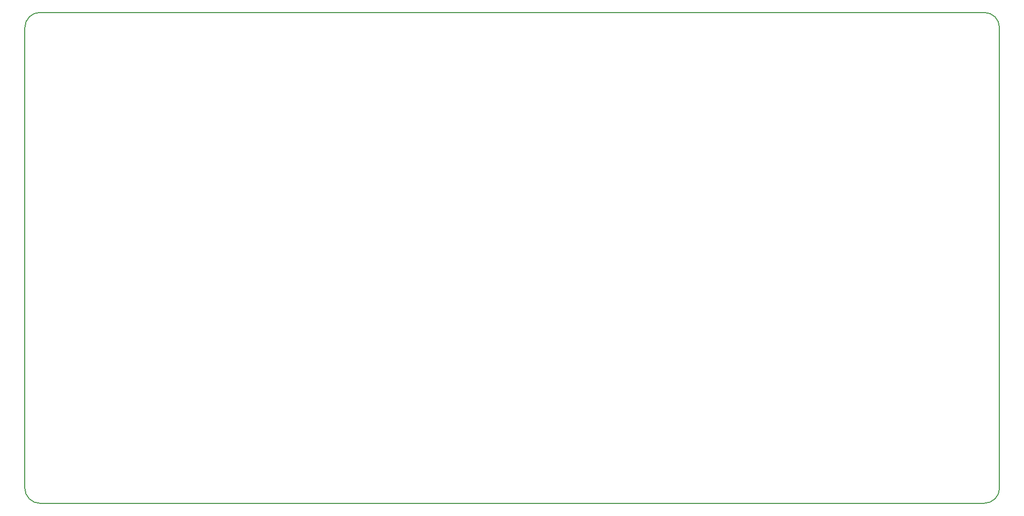
<source format=gm1>
G04 #@! TF.GenerationSoftware,KiCad,Pcbnew,(5.1.4)-1*
G04 #@! TF.CreationDate,2019-11-19T00:16:12+02:00*
G04 #@! TF.ProjectId,pcb_1,7063625f-312e-46b6-9963-61645f706362,rev?*
G04 #@! TF.SameCoordinates,Original*
G04 #@! TF.FileFunction,Profile,NP*
%FSLAX46Y46*%
G04 Gerber Fmt 4.6, Leading zero omitted, Abs format (unit mm)*
G04 Created by KiCad (PCBNEW (5.1.4)-1) date 2019-11-19 00:16:12*
%MOMM*%
%LPD*%
G04 APERTURE LIST*
%ADD10C,0.150000*%
G04 APERTURE END LIST*
D10*
X38100000Y-111760000D02*
G75*
G02X35560000Y-109220000I0J2540000D01*
G01*
X199390000Y-109220000D02*
G75*
G02X196850000Y-111760000I-2540000J0D01*
G01*
X196850000Y-29210000D02*
G75*
G02X199390000Y-31750000I0J-2540000D01*
G01*
X35560000Y-31750000D02*
G75*
G02X38100000Y-29210000I2540000J0D01*
G01*
X199390000Y-109220000D02*
X199390000Y-31750000D01*
X38100000Y-111760000D02*
X196850000Y-111760000D01*
X35560000Y-31750000D02*
X35560000Y-109220000D01*
X196850000Y-29210000D02*
X38100000Y-29210000D01*
M02*

</source>
